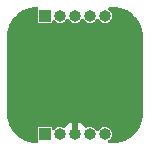
<source format=gtl>
%TF.GenerationSoftware,KiCad,Pcbnew,8.0.1*%
%TF.CreationDate,2024-09-25T01:17:28+02:00*%
%TF.ProjectId,speckle_pcb_rev1,73706563-6b6c-4655-9f70-63625f726576,rev?*%
%TF.SameCoordinates,Original*%
%TF.FileFunction,Copper,L1,Top*%
%TF.FilePolarity,Positive*%
%FSLAX46Y46*%
G04 Gerber Fmt 4.6, Leading zero omitted, Abs format (unit mm)*
G04 Created by KiCad (PCBNEW 8.0.1) date 2024-09-25 01:17:28*
%MOMM*%
%LPD*%
G01*
G04 APERTURE LIST*
%TA.AperFunction,ComponentPad*%
%ADD10R,1.000000X1.000000*%
%TD*%
%TA.AperFunction,ComponentPad*%
%ADD11O,1.000000X1.000000*%
%TD*%
%TA.AperFunction,ViaPad*%
%ADD12C,0.600000*%
%TD*%
G04 APERTURE END LIST*
D10*
%TO.P,J2,1,Pin_1*%
%TO.N,D7*%
X195190000Y-82220000D03*
D11*
%TO.P,J2,2,Pin_2*%
%TO.N,D8*%
X196460000Y-82220000D03*
%TO.P,J2,3,Pin_3*%
%TO.N,D4*%
X197730000Y-82220000D03*
%TO.P,J2,4,Pin_4*%
%TO.N,D5*%
X199000000Y-82220000D03*
%TO.P,J2,5,Pin_5*%
%TO.N,D1*%
X200270000Y-82220000D03*
%TD*%
D10*
%TO.P,J1,1,Pin_1*%
%TO.N,D9*%
X195180000Y-92230000D03*
D11*
%TO.P,J1,2,Pin_2*%
%TO.N,D6*%
X196450000Y-92230000D03*
%TO.P,J1,3,Pin_3*%
%TO.N,CommonAnode*%
X197720000Y-92230000D03*
%TO.P,J1,4,Pin_4*%
%TO.N,D3*%
X198990000Y-92230000D03*
%TO.P,J1,5,Pin_5*%
%TO.N,D2*%
X200260000Y-92230000D03*
%TD*%
D12*
%TO.N,CommonAnode*%
X199730000Y-85170000D03*
X201480000Y-85220000D03*
X192540000Y-83840000D03*
X197730000Y-90900000D03*
X201480000Y-89300000D03*
X192500000Y-86340000D03*
X193530000Y-92220000D03*
X199720000Y-87160000D03*
X201940000Y-82660000D03*
X195680000Y-89240000D03*
X192470000Y-88480000D03*
X201960000Y-92000000D03*
X198850000Y-83770000D03*
X195750000Y-87270000D03*
X194300000Y-90890000D03*
X194120000Y-89350000D03*
X201480000Y-87240000D03*
X195640000Y-83170000D03*
X202910000Y-86850000D03*
X197800000Y-89240000D03*
X202930000Y-88890000D03*
X192500000Y-90410000D03*
X198310000Y-83000000D03*
X202870000Y-91090000D03*
X194100000Y-87290000D03*
X195690000Y-90570000D03*
X197060000Y-83150000D03*
X199630000Y-82970000D03*
X200380000Y-91000000D03*
X202850000Y-84160000D03*
X197760000Y-87300000D03*
X194100000Y-85110000D03*
X193470000Y-82370000D03*
%TD*%
%TA.AperFunction,Conductor*%
%TO.N,CommonAnode*%
G36*
X194567551Y-81495184D02*
G01*
X194613306Y-81547988D01*
X194623250Y-81617146D01*
X194603617Y-81668386D01*
X194595331Y-81680786D01*
X194595329Y-81680791D01*
X194589500Y-81710098D01*
X194589500Y-82729894D01*
X194589501Y-82729902D01*
X194595330Y-82759212D01*
X194617542Y-82792457D01*
X194620289Y-82794292D01*
X194650787Y-82814669D01*
X194650790Y-82814669D01*
X194650791Y-82814670D01*
X194660647Y-82816630D01*
X194680101Y-82820500D01*
X195699898Y-82820499D01*
X195729213Y-82814669D01*
X195762457Y-82792457D01*
X195784669Y-82759213D01*
X195790500Y-82729899D01*
X195790499Y-82699211D01*
X195810182Y-82632175D01*
X195862984Y-82586419D01*
X195932143Y-82576474D01*
X195995699Y-82605497D01*
X196012874Y-82623724D01*
X196031718Y-82648282D01*
X196157159Y-82744536D01*
X196303238Y-82805044D01*
X196366876Y-82813422D01*
X196459999Y-82825682D01*
X196460000Y-82825682D01*
X196460001Y-82825682D01*
X196512254Y-82818802D01*
X196616762Y-82805044D01*
X196762841Y-82744536D01*
X196888282Y-82648282D01*
X196984536Y-82522841D01*
X196984541Y-82522828D01*
X196987610Y-82517515D01*
X197038175Y-82469298D01*
X197106782Y-82456072D01*
X197171648Y-82482037D01*
X197202390Y-82517515D01*
X197205461Y-82522834D01*
X197205464Y-82522841D01*
X197301718Y-82648282D01*
X197427159Y-82744536D01*
X197573238Y-82805044D01*
X197636876Y-82813422D01*
X197729999Y-82825682D01*
X197730000Y-82825682D01*
X197730001Y-82825682D01*
X197782254Y-82818802D01*
X197886762Y-82805044D01*
X198032841Y-82744536D01*
X198158282Y-82648282D01*
X198254536Y-82522841D01*
X198254541Y-82522828D01*
X198257610Y-82517515D01*
X198308175Y-82469298D01*
X198376782Y-82456072D01*
X198441648Y-82482037D01*
X198472390Y-82517515D01*
X198475461Y-82522834D01*
X198475464Y-82522841D01*
X198571718Y-82648282D01*
X198697159Y-82744536D01*
X198843238Y-82805044D01*
X198906876Y-82813422D01*
X198999999Y-82825682D01*
X199000000Y-82825682D01*
X199000001Y-82825682D01*
X199052254Y-82818802D01*
X199156762Y-82805044D01*
X199302841Y-82744536D01*
X199428282Y-82648282D01*
X199524536Y-82522841D01*
X199524541Y-82522828D01*
X199527610Y-82517515D01*
X199578175Y-82469298D01*
X199646782Y-82456072D01*
X199711648Y-82482037D01*
X199742390Y-82517515D01*
X199745461Y-82522834D01*
X199745464Y-82522841D01*
X199841718Y-82648282D01*
X199967159Y-82744536D01*
X200113238Y-82805044D01*
X200176876Y-82813422D01*
X200269999Y-82825682D01*
X200270000Y-82825682D01*
X200270001Y-82825682D01*
X200322254Y-82818802D01*
X200426762Y-82805044D01*
X200572841Y-82744536D01*
X200698282Y-82648282D01*
X200794536Y-82522841D01*
X200855044Y-82376762D01*
X200875682Y-82220000D01*
X200855044Y-82063238D01*
X200794536Y-81917159D01*
X200698282Y-81791718D01*
X200698280Y-81791717D01*
X200698280Y-81791716D01*
X200575983Y-81697875D01*
X200534780Y-81641447D01*
X200530625Y-81571701D01*
X200564837Y-81510781D01*
X200626555Y-81478028D01*
X200651469Y-81475499D01*
X200909103Y-81475499D01*
X200971244Y-81475499D01*
X200978731Y-81475725D01*
X201268796Y-81493270D01*
X201283652Y-81495074D01*
X201565798Y-81546778D01*
X201580323Y-81550359D01*
X201854168Y-81635693D01*
X201868160Y-81640998D01*
X202129734Y-81758722D01*
X202142992Y-81765680D01*
X202388461Y-81914071D01*
X202400774Y-81922570D01*
X202626566Y-82099467D01*
X202637774Y-82109396D01*
X202840599Y-82312219D01*
X202850527Y-82323426D01*
X203006757Y-82522839D01*
X203027422Y-82549215D01*
X203035926Y-82561535D01*
X203155426Y-82759212D01*
X203184316Y-82807002D01*
X203191275Y-82820261D01*
X203308996Y-83081827D01*
X203314305Y-83095827D01*
X203399637Y-83369664D01*
X203403221Y-83384203D01*
X203454924Y-83666338D01*
X203456729Y-83681203D01*
X203474274Y-83971245D01*
X203474500Y-83978732D01*
X203474500Y-90471243D01*
X203474274Y-90478730D01*
X203456728Y-90768791D01*
X203454923Y-90783655D01*
X203403221Y-91065790D01*
X203399637Y-91080329D01*
X203314307Y-91354164D01*
X203308998Y-91368165D01*
X203191275Y-91629734D01*
X203184316Y-91642993D01*
X203035929Y-91888457D01*
X203027423Y-91900780D01*
X202850526Y-92126572D01*
X202840596Y-92137780D01*
X202637781Y-92340596D01*
X202626573Y-92350526D01*
X202400781Y-92527423D01*
X202388458Y-92535929D01*
X202142994Y-92684316D01*
X202129735Y-92691275D01*
X201868166Y-92808998D01*
X201854165Y-92814307D01*
X201580330Y-92899637D01*
X201565791Y-92903221D01*
X201283656Y-92954923D01*
X201268792Y-92956728D01*
X200978748Y-92974273D01*
X200971261Y-92974499D01*
X200641472Y-92974499D01*
X200574433Y-92954814D01*
X200528678Y-92902010D01*
X200518734Y-92832852D01*
X200547759Y-92769296D01*
X200565981Y-92752125D01*
X200688282Y-92658282D01*
X200784536Y-92532841D01*
X200845044Y-92386762D01*
X200865682Y-92230000D01*
X200845044Y-92073238D01*
X200784536Y-91927159D01*
X200688282Y-91801718D01*
X200562841Y-91705464D01*
X200555482Y-91702416D01*
X200416762Y-91644956D01*
X200416760Y-91644955D01*
X200260001Y-91624318D01*
X200259999Y-91624318D01*
X200103239Y-91644955D01*
X200103237Y-91644956D01*
X199957160Y-91705463D01*
X199831718Y-91801718D01*
X199735458Y-91927166D01*
X199732387Y-91932487D01*
X199681821Y-91980703D01*
X199613214Y-91993927D01*
X199548349Y-91967959D01*
X199517613Y-91932487D01*
X199514541Y-91927166D01*
X199514528Y-91927149D01*
X199418282Y-91801718D01*
X199292841Y-91705464D01*
X199285482Y-91702416D01*
X199146762Y-91644956D01*
X199146760Y-91644955D01*
X198990001Y-91624318D01*
X198989999Y-91624318D01*
X198833239Y-91644955D01*
X198833234Y-91644957D01*
X198694514Y-91702416D01*
X198625044Y-91709885D01*
X198562565Y-91678609D01*
X198551209Y-91666520D01*
X198430528Y-91519471D01*
X198278260Y-91394507D01*
X198278253Y-91394503D01*
X198104541Y-91301652D01*
X197970000Y-91260839D01*
X197970000Y-92020382D01*
X197919554Y-91969936D01*
X197845445Y-91927149D01*
X197762787Y-91905000D01*
X197677213Y-91905000D01*
X197594555Y-91927149D01*
X197520446Y-91969936D01*
X197470000Y-92020382D01*
X197470000Y-91260839D01*
X197469999Y-91260839D01*
X197335458Y-91301652D01*
X197161746Y-91394503D01*
X197161739Y-91394507D01*
X197009474Y-91519469D01*
X196888790Y-91666521D01*
X196831043Y-91705855D01*
X196761199Y-91707724D01*
X196745485Y-91702416D01*
X196606765Y-91644957D01*
X196606760Y-91644955D01*
X196450001Y-91624318D01*
X196449999Y-91624318D01*
X196293239Y-91644955D01*
X196293237Y-91644956D01*
X196147160Y-91705463D01*
X196128082Y-91720102D01*
X196055626Y-91775700D01*
X196021717Y-91801719D01*
X196002874Y-91826276D01*
X195946445Y-91867478D01*
X195876699Y-91871632D01*
X195815779Y-91837418D01*
X195783027Y-91775700D01*
X195780499Y-91750788D01*
X195780499Y-91720105D01*
X195780498Y-91720097D01*
X195774669Y-91690787D01*
X195752457Y-91657542D01*
X195721076Y-91636576D01*
X195719213Y-91635331D01*
X195719211Y-91635330D01*
X195719208Y-91635329D01*
X195689901Y-91629500D01*
X194670105Y-91629500D01*
X194670097Y-91629501D01*
X194640787Y-91635330D01*
X194607542Y-91657542D01*
X194585332Y-91690785D01*
X194585329Y-91690791D01*
X194579500Y-91720098D01*
X194579500Y-92739894D01*
X194579501Y-92739902D01*
X194585330Y-92769212D01*
X194593614Y-92781610D01*
X194614491Y-92848287D01*
X194596006Y-92915667D01*
X194544026Y-92962357D01*
X194490511Y-92974499D01*
X194478749Y-92974499D01*
X194471262Y-92974273D01*
X194181203Y-92956727D01*
X194166338Y-92954922D01*
X193884201Y-92903218D01*
X193869663Y-92899634D01*
X193595832Y-92814305D01*
X193581831Y-92808996D01*
X193320263Y-92691274D01*
X193307004Y-92684315D01*
X193263940Y-92658282D01*
X193061537Y-92535925D01*
X193049217Y-92527421D01*
X193001534Y-92490064D01*
X192869679Y-92386762D01*
X192823426Y-92350525D01*
X192812218Y-92340595D01*
X192609404Y-92137781D01*
X192599474Y-92126573D01*
X192582224Y-92104555D01*
X192422574Y-91900776D01*
X192414076Y-91888465D01*
X192265681Y-91642989D01*
X192258728Y-91629743D01*
X192141001Y-91368163D01*
X192135694Y-91354167D01*
X192127097Y-91326579D01*
X192050363Y-91080329D01*
X192046781Y-91065798D01*
X191995077Y-90783661D01*
X191993272Y-90768796D01*
X191985903Y-90646971D01*
X191975725Y-90478715D01*
X191975500Y-90471241D01*
X191975500Y-83978749D01*
X191975726Y-83971262D01*
X191993271Y-83681205D01*
X191995076Y-83666340D01*
X191995077Y-83666338D01*
X192046780Y-83384197D01*
X192050364Y-83369663D01*
X192127096Y-83123422D01*
X192135696Y-83095822D01*
X192140998Y-83081841D01*
X192258731Y-82820249D01*
X192265676Y-82807016D01*
X192414080Y-82561526D01*
X192422567Y-82549230D01*
X192599481Y-82323417D01*
X192609396Y-82312226D01*
X192812226Y-82109395D01*
X192823417Y-82099480D01*
X193049231Y-81922567D01*
X193061527Y-81914080D01*
X193307005Y-81765682D01*
X193320264Y-81758724D01*
X193581842Y-81640998D01*
X193595823Y-81635696D01*
X193869669Y-81550362D01*
X193884198Y-81546780D01*
X194166344Y-81495075D01*
X194181201Y-81493271D01*
X194471288Y-81475724D01*
X194478761Y-81475499D01*
X194500512Y-81475499D01*
X194567551Y-81495184D01*
G37*
%TD.AperFunction*%
%TD*%
M02*

</source>
